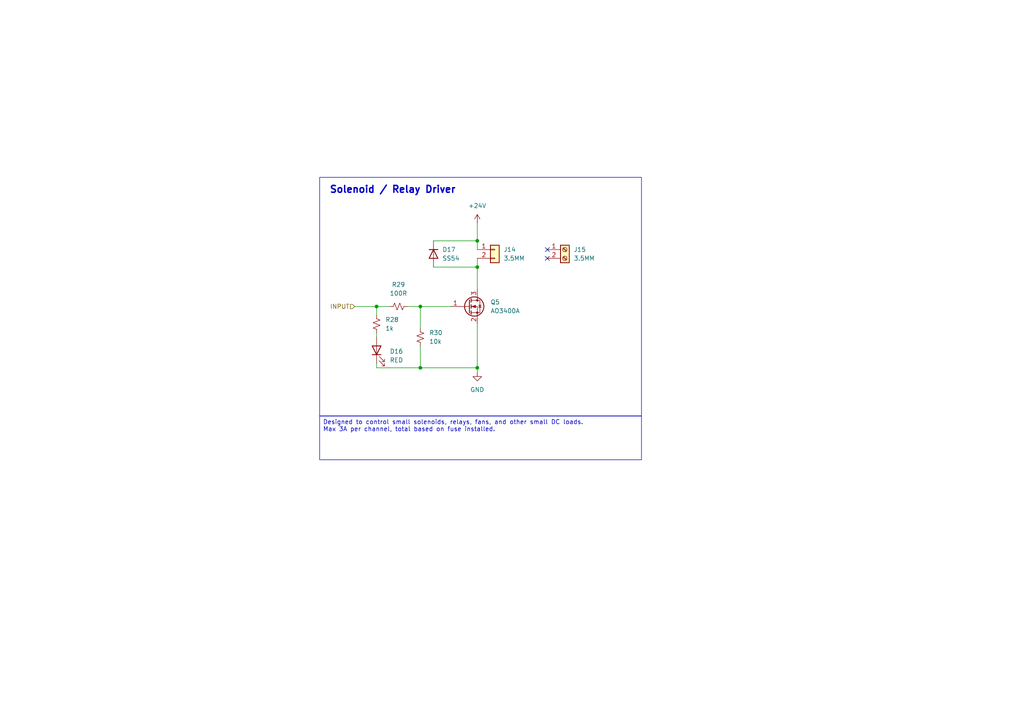
<source format=kicad_sch>
(kicad_sch (version 20250114) (generator "eeschema") (generator_version "9.0")
  (paper "A4")
  (title_block (title "https://github.com/hoeken/brineomatic") (date "2025-08-28") (rev "B"))
  (lib_symbols
    (symbol "Connector:Screw_Terminal_01x02" (pin_names (offset 1.016) (hide yes))
      (property "Reference" "J" (at 0 2.54 0))
      (property "Value" "Screw_Terminal_01x02" (at 0 -5.08 0))
      (symbol "Screw_Terminal_01x02_1_1"
        (rectangle (start -1.27 1.27) (end 1.27 -3.81) (stroke (width 0.254)) (fill (type background)))
        (polyline (pts (xy -0.5334 0.3302) (xy 0.3302 -0.508)) (stroke (width 0.1524)))
        (polyline (pts (xy -0.5334 -2.2098) (xy 0.3302 -3.048)) (stroke (width 0.1524)))
        (polyline (pts (xy -0.3556 0.508) (xy 0.508 -0.3302)) (stroke (width 0.1524)))
        (polyline (pts (xy -0.3556 -2.032) (xy 0.508 -2.8702)) (stroke (width 0.1524)))
        (circle (center 0 0) (radius 0.635) (stroke (width 0.1524)))
        (circle (center 0 -2.54) (radius 0.635) (stroke (width 0.1524)))
        (pin passive line (at -5.08 0 0) (length 3.81) (name "Pin_1") (number "1"))
        (pin passive line (at -5.08 -2.54 0) (length 3.81) (name "Pin_2") (number "2"))
      )
    )
    (symbol "Connector_Generic:Conn_01x02" (pin_names (offset 1.016) (hide yes))
      (property "Reference" "J" (at 0 2.54 0))
      (property "Value" "Conn_01x02" (at 0 -5.08 0))
      (symbol "Conn_01x02_1_1"
        (rectangle (start -1.27 1.27) (end 1.27 -3.81) (stroke (width 0.254)) (fill (type background)))
        (rectangle (start -1.27 0.127) (end 0 -0.127) (stroke (width 0.1524)))
        (rectangle (start -1.27 -2.413) (end 0 -2.667) (stroke (width 0.1524)))
        (pin passive line (at -5.08 0 0) (length 3.81) (name "Pin_1") (number "1"))
        (pin passive line (at -5.08 -2.54 0) (length 3.81) (name "Pin_2") (number "2"))
      )
    )
    (symbol "Device:LED" (pin_numbers (hide yes)) (pin_names (offset 1.016) (hide yes))
      (property "Reference" "D" (at 0 2.54 0))
      (property "Value" "LED" (at 0 -2.54 0))
      (symbol "LED_0_1"
        (polyline (pts (xy -3.048 -0.762) (xy -4.572 -2.286) (xy -3.81 -2.286) (xy -4.572 -2.286) (xy -4.572 -1.524)))
        (polyline (pts (xy -1.778 -0.762) (xy -3.302 -2.286) (xy -2.54 -2.286) (xy -3.302 -2.286) (xy -3.302 -1.524)))
        (polyline (pts (xy -1.27 0) (xy 1.27 0)))
        (polyline (pts (xy -1.27 -1.27) (xy -1.27 1.27)) (stroke (width 0.254)))
        (polyline (pts (xy 1.27 -1.27) (xy 1.27 1.27) (xy -1.27 0) (xy 1.27 -1.27)) (stroke (width 0.254)))
      )
      (symbol "LED_1_1"
        (pin passive line (at -3.81 0 0) (length 2.54) (name "K") (number "1"))
        (pin passive line (at 3.81 0 180) (length 2.54) (name "A") (number "2"))
      )
    )
    (symbol "Device:R_Small_US" (pin_numbers (hide yes)) (pin_names (offset 0.254) (hide yes))
      (property "Reference" "R" (at 0.762 0.508 0))
      (property "Value" "R_Small_US" (at 0.762 -1.016 0))
      (symbol "R_Small_US_1_1"
        (polyline (pts (xy 0 1.524) (xy 1.016 1.143) (xy 0 0.762) (xy -1.016 0.381) (xy 0 0)))
        (polyline (pts (xy 0 0) (xy 1.016 -0.381) (xy 0 -0.762) (xy -1.016 -1.143) (xy 0 -1.524)))
        (pin passive line (at 0 2.54 270) (length 1.016) (name "~") (number "1"))
        (pin passive line (at 0 -2.54 90) (length 1.016) (name "~") (number "2"))
      )
    )
    (symbol "Diode:MRA4004T3G" (pin_numbers (hide yes)) (pin_names (hide yes))
      (property "Reference" "D" (at 0 2.54 0))
      (property "Value" "MRA4004T3G" (at 0 -2.54 0))
      (symbol "MRA4004T3G_0_1"
        (polyline (pts (xy -1.27 1.27) (xy -1.27 -1.27)) (stroke (width 0.254)))
        (polyline (pts (xy 1.27 1.27) (xy 1.27 -1.27) (xy -1.27 0) (xy 1.27 1.27)) (stroke (width 0.254)))
        (polyline (pts (xy 1.27 0) (xy -1.27 0)))
      )
      (symbol "MRA4004T3G_1_1"
        (pin passive line (at -3.81 0 0) (length 2.54) (name "K") (number "1"))
        (pin passive line (at 3.81 0 180) (length 2.54) (name "A") (number "2"))
      )
    )
    (symbol "Transistor_FET:AO3400A" (pin_names (offset 0) (hide yes))
      (property "Reference" "Q" (at 5.08 1.905 0))
      (property "Value" "AO3400A" (at 5.08 0 0))
      (symbol "AO3400A_0_1"
        (polyline (pts (xy 0.254 1.905) (xy 0.254 -1.905)) (stroke (width 0.254)))
        (polyline (pts (xy 0.254 0) (xy -2.54 0)))
        (polyline (pts (xy 0.762 2.286) (xy 0.762 1.27)) (stroke (width 0.254)))
        (polyline (pts (xy 0.762 0.508) (xy 0.762 -0.508)) (stroke (width 0.254)))
        (polyline (pts (xy 0.762 -1.27) (xy 0.762 -2.286)) (stroke (width 0.254)))
        (polyline (pts (xy 0.762 -1.778) (xy 3.302 -1.778) (xy 3.302 1.778) (xy 0.762 1.778)))
        (polyline (pts (xy 1.016 0) (xy 2.032 0.381) (xy 2.032 -0.381) (xy 1.016 0)) (fill (type outline)))
        (circle (center 1.651 0) (radius 2.794) (stroke (width 0.254)))
        (polyline (pts (xy 2.54 2.54) (xy 2.54 1.778)))
        (circle (center 2.54 1.778) (radius 0.254) (fill (type outline)))
        (circle (center 2.54 -1.778) (radius 0.254) (fill (type outline)))
        (polyline (pts (xy 2.54 -2.54) (xy 2.54 0) (xy 0.762 0)))
        (polyline (pts (xy 2.921 0.381) (xy 3.683 0.381)))
        (polyline (pts (xy 3.302 0.381) (xy 2.921 -0.254) (xy 3.683 -0.254) (xy 3.302 0.381)))
      )
      (symbol "AO3400A_1_1"
        (pin input line (at -5.08 0 0) (length 2.54) (name "G") (number "1"))
        (pin passive line (at 2.54 5.08 270) (length 2.54) (name "D") (number "3"))
        (pin passive line (at 2.54 -5.08 90) (length 2.54) (name "S") (number "2"))
      )
    )
    (symbol "power:+24V" (power) (pin_numbers (hide yes)) (pin_names (offset 0) (hide yes))
      (property "Value" "+24V" (at 0 3.556 0))
      (symbol "+24V_0_1"
        (polyline (pts (xy -0.762 1.27) (xy 0 2.54)))
        (polyline (pts (xy 0 2.54) (xy 0.762 1.27)))
        (polyline (pts (xy 0 0) (xy 0 2.54)))
      )
      (symbol "+24V_1_1"
        (pin power_in line (at 0 0 90) (length 0) (name "~") (number "1"))
      )
    )
    (symbol "power:GND" (power) (pin_numbers (hide yes)) (pin_names (offset 0) (hide yes))
      (property "Value" "GND" (at 0 -3.81 0))
      (symbol "GND_0_1"
        (polyline (pts (xy 0 0) (xy 0 -1.27) (xy 1.27 -1.27) (xy 0 -2.54) (xy -1.27 -1.27) (xy 0 -1.27)))
      )
      (symbol "GND_1_1"
        (pin power_in line (at 0 0 270) (length 0) (name "~") (number "1"))
      )
    )
  )
  (rectangle (start 92.71 51.435) (end 186.055 120.65))
  (text "Solenoid / Relay Driver" (at 95.504 55.118 0) (effects (font (size 2 2) (thickness 0.4) (bold yes)) (justify left)))
  (text_box "Designed to control small solenoids, relays, fans, and other small DC loads.\nMax 3A per channel, total based on fuse installed." (at 92.71 120.65 0) (size 93.345 12.7) (margins 0.9525 0.9525 0.9525 0.9525) (effects (font (size 1.27 1.27)) (justify left top)))
  (junction (at 109.22 88.9))
  (junction (at 121.92 106.68))
  (junction (at 138.43 77.47))
  (junction (at 121.92 88.9))
  (junction (at 138.43 69.85))
  (junction (at 138.43 106.68))
  (no_connect (at 158.75 74.93))
  (no_connect (at 158.75 72.39))
  (wire (pts (xy 102.87 88.9) (xy 109.22 88.9)))
  (wire (pts (xy 138.43 77.47) (xy 138.43 74.93)))
  (wire (pts (xy 109.22 88.9) (xy 113.03 88.9)))
  (wire (pts (xy 138.43 77.47) (xy 138.43 83.82)))
  (wire (pts (xy 125.73 77.47) (xy 138.43 77.47)))
  (wire (pts (xy 109.22 106.68) (xy 121.92 106.68)))
  (wire (pts (xy 109.22 105.41) (xy 109.22 106.68)))
  (wire (pts (xy 121.92 88.9) (xy 130.81 88.9)))
  (wire (pts (xy 138.43 64.77) (xy 138.43 69.85)))
  (wire (pts (xy 121.92 95.25) (xy 121.92 88.9)))
  (wire (pts (xy 121.92 106.68) (xy 138.43 106.68)))
  (wire (pts (xy 138.43 93.98) (xy 138.43 106.68)))
  (wire (pts (xy 138.43 106.68) (xy 138.43 107.95)))
  (wire (pts (xy 118.11 88.9) (xy 121.92 88.9)))
  (wire (pts (xy 138.43 69.85) (xy 138.43 72.39)))
  (wire (pts (xy 109.22 96.52) (xy 109.22 97.79)))
  (wire (pts (xy 109.22 88.9) (xy 109.22 91.44)))
  (wire (pts (xy 121.92 100.33) (xy 121.92 106.68)))
  (wire (pts (xy 138.43 69.85) (xy 125.73 69.85)))
  (hierarchical_label "INPUT" (shape input) (at 102.87 88.9 180))
  (symbol (lib_id "Diode:MRA4004T3G") (at 125.73 73.66 270) (unit 1)
    (property "Reference" "D5" (at 128.27 72.39 90) (effects (justify left)))
    (property "Value" "SS54" (at 128.27 74.93 90) (effects (justify left)))
    (property "Footprint" "Diode_SMD:D_SMA" (effects (hide yes)))
    (property "Sim.Device" "D" (effects (hide yes)))
    (property "Sim.Pins" "1=K 2=A" (effects (hide yes)))
    (property "LCSC" "C22452" (effects (hide yes)))
    (instances (project "brineomatic" (path "" (reference "D17") (unit 1)) (path "" (reference "D25") (unit 1)) (path "" (reference "D5") (unit 1)) (path "" (reference "D15") (unit 1)) (path "" (reference "D19") (unit 1))))
  )
  (symbol (lib_id "Connector:Screw_Terminal_01x02") (at 163.83 72.39 0) (unit 1) (on_board no)
    (property "Reference" "J8" (at 166.37 72.3899 0) (effects (justify left)))
    (property "Value" "3.5MM" (at 166.37 74.9299 0) (effects (justify left)))
    (property "Description" "Generic screw terminal, single row, 01x02, script generated (kicad-library-utils/schlib/autogen/connector/)" (effects (hide yes)))
    (property "LCSC" "C5188249" (effects (hide yes)))
    (instances (project "" (path "" (reference "J15") (unit 1)) (path "" (reference "J25") (unit 1)) (path "" (reference "J8") (unit 1)) (path "" (reference "J13") (unit 1)) (path "" (reference "J17") (unit 1))))
  )
  (symbol (lib_id "power:GND") (at 138.43 107.95 0) (unit 1)
    (property "Reference" "#PWR021" (effects (hide yes)))
    (property "Value" "GND" (at 138.43 113.03 0))
    (property "Description" "Power symbol creates a global label with name \"GND\" , ground" (effects (hide yes)))
    (instances (project "brineomatic" (path "" (reference "#PWR039") (unit 1)) (path "" (reference "#PWR070") (unit 1)) (path "" (reference "#PWR021") (unit 1)) (path "" (reference "#PWR037") (unit 1)) (path "" (reference "#PWR041") (unit 1))))
  )
  (symbol (lib_id "Device:R_Small_US") (at 109.22 93.98 180) (unit 1)
    (property "Reference" "R10" (at 111.76 92.7099 0) (effects (justify right)))
    (property "Value" "1k" (at 111.76 95.2499 0) (effects (justify right)))
    (property "Footprint" "Resistor_SMD:R_0603_1608Metric" (effects (hide yes)))
    (property "Description" "Resistor, small US symbol" (effects (hide yes)))
    (instances (project "brineomatic" (path "" (reference "R28") (unit 1)) (path "" (reference "R53") (unit 1)) (path "" (reference "R10") (unit 1)) (path "" (reference "R25") (unit 1)) (path "" (reference "R31") (unit 1))))
  )
  (symbol (lib_id "Device:R_Small_US") (at 115.57 88.9 90) (unit 1)
    (property "Reference" "R11" (at 115.57 82.55 90))
    (property "Value" "100R" (at 115.57 85.09 90))
    (property "Footprint" "Resistor_SMD:R_0603_1608Metric" (effects (hide yes)))
    (property "Description" "Resistor, small US symbol" (effects (hide yes)))
    (instances (project "brineomatic" (path "" (reference "R29") (unit 1)) (path "" (reference "R54") (unit 1)) (path "" (reference "R11") (unit 1)) (path "" (reference "R26") (unit 1)) (path "" (reference "R32") (unit 1))))
  )
  (symbol (lib_id "Connector_Generic:Conn_01x02") (at 143.51 72.39 0) (unit 1)
    (property "Reference" "J7" (at 146.05 72.3899 0) (effects (justify left)))
    (property "Value" "3.5MM" (at 146.05 74.9299 0) (effects (justify left)))
    (property "Footprint" "yarrboard:PhoenixContact_MC_1,5_2-G-3.5_1x02_P3.50mm_Horizontal" (effects (hide yes)))
    (property "Description" "Generic connector, single row, 01x02, script generated (kicad-library-utils/schlib/autogen/connector/)" (effects (hide yes)))
    (property "LCSC" "C5188295" (effects (hide yes)))
    (instances (project "brineomatic" (path "" (reference "J14") (unit 1)) (path "" (reference "J24") (unit 1)) (path "" (reference "J7") (unit 1)) (path "" (reference "J12") (unit 1)) (path "" (reference "J16") (unit 1))))
  )
  (symbol (lib_id "Device:R_Small_US") (at 121.92 97.79 180) (unit 1)
    (property "Reference" "R12" (at 124.46 96.5199 0) (effects (justify right)))
    (property "Value" "10k" (at 124.46 99.0599 0) (effects (justify right)))
    (property "Footprint" "Resistor_SMD:R_0603_1608Metric" (effects (hide yes)))
    (property "Description" "Resistor, small US symbol" (effects (hide yes)))
    (instances (project "brineomatic" (path "" (reference "R30") (unit 1)) (path "" (reference "R55") (unit 1)) (path "" (reference "R12") (unit 1)) (path "" (reference "R27") (unit 1)) (path "" (reference "R33") (unit 1))))
  )
  (symbol (lib_id "Transistor_FET:AO3400A") (at 135.89 88.9 0) (unit 1)
    (property "Reference" "Q1" (at 142.24 87.6299 0) (effects (justify left)))
    (property "Value" "AO3400A" (at 142.24 90.1699 0) (effects (justify left)))
    (property "Footprint" "Package_TO_SOT_SMD:SOT-23" (effects (hide yes)))
    (property "Datasheet" "http://www.aosmd.com/pdfs/datasheet/AO3400A.pdf" (effects (hide yes)))
    (property "Description" "30V Vds, 5.7A Id, N-Channel MOSFET, SOT-23" (effects (hide yes)))
    (property "LCSC" "C5224194" (effects (hide yes)))
    (instances (project "brineomatic" (path "" (reference "Q5") (unit 1)) (path "" (reference "Q7") (unit 1)) (path "" (reference "Q1") (unit 1)) (path "" (reference "Q4") (unit 1)) (path "" (reference "Q6") (unit 1))))
  )
  (symbol (lib_id "power:+24V") (at 138.43 64.77 0) (unit 1)
    (property "Reference" "#PWR020" (effects (hide yes)))
    (property "Value" "+24V" (at 138.43 59.69 0))
    (property "Description" "Power symbol creates a global label with name \"+24V\"" (effects (hide yes)))
    (instances (project "brineomatic" (path "" (reference "#PWR038") (unit 1)) (path "" (reference "#PWR069") (unit 1)) (path "" (reference "#PWR020") (unit 1)) (path "" (reference "#PWR036") (unit 1)) (path "" (reference "#PWR040") (unit 1))))
  )
  (symbol (lib_id "Device:LED") (at 109.22 101.6 90) (unit 1)
    (property "Reference" "D4" (at 113.03 101.9174 90) (effects (justify right)))
    (property "Value" "RED" (at 113.03 104.4574 90) (effects (justify right)))
    (property "Footprint" "LED_SMD:LED_0603_1608Metric" (effects (hide yes)))
    (property "Description" "Light emitting diode" (effects (hide yes)))
    (property "LCSC" "C965799" (effects (hide yes)))
    (property "Sim.Pins" "1=K 2=A" (effects (hide yes)))
    (instances (project "brineomatic" (path "" (reference "D16") (unit 1)) (path "" (reference "D24") (unit 1)) (path "" (reference "D4") (unit 1)) (path "" (reference "D14") (unit 1)) (path "" (reference "D18") (unit 1))))
  )
)
</source>
